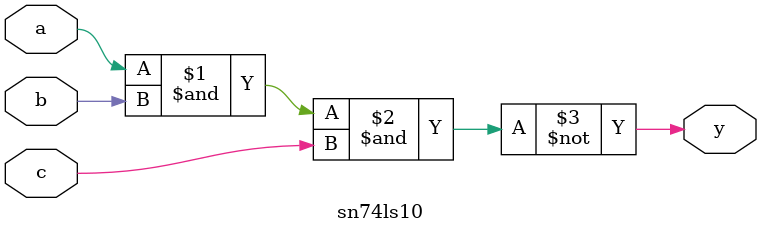
<source format=v>
module sn74ls10(y, a, b, c);
input a, b, c;
output y;
parameter
	// TI TTL data book Vol 1, 1985
	tPLH_min=0, tPLH_typ=9, tPLH_max=15,
	tPHL_min=0, tPHL_typ=10, tPHL_max=15;

	nand #(tPLH_min : tPLH_typ : tPLH_max,
	  tPHL_min : tPHL_typ : tPHL_max)
	(y, a, b, c);

endmodule

</source>
